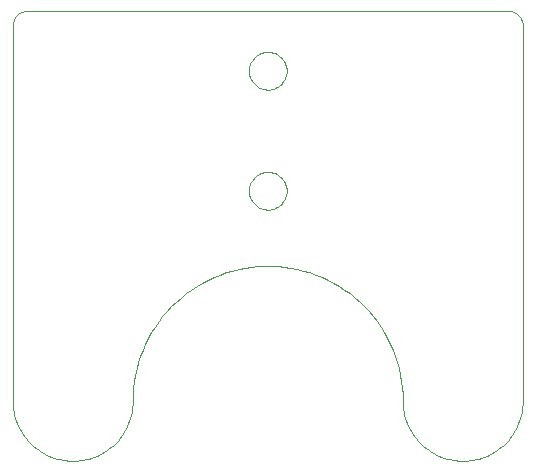
<source format=gbp>
G75*
G70*
%OFA0B0*%
%FSLAX24Y24*%
%IPPOS*%
%LPD*%
%AMOC8*
5,1,8,0,0,1.08239X$1,22.5*
%
%ADD10C,0.0000*%
D10*
X004354Y007453D02*
X004354Y019953D01*
X004356Y019997D01*
X004362Y020040D01*
X004371Y020082D01*
X004384Y020124D01*
X004401Y020164D01*
X004421Y020203D01*
X004444Y020240D01*
X004471Y020274D01*
X004500Y020307D01*
X004533Y020336D01*
X004567Y020363D01*
X004604Y020386D01*
X004643Y020406D01*
X004683Y020423D01*
X004725Y020436D01*
X004767Y020445D01*
X004810Y020451D01*
X004854Y020453D01*
X020854Y020453D01*
X020898Y020451D01*
X020941Y020445D01*
X020983Y020436D01*
X021025Y020423D01*
X021065Y020406D01*
X021104Y020386D01*
X021141Y020363D01*
X021175Y020336D01*
X021208Y020307D01*
X021237Y020274D01*
X021264Y020240D01*
X021287Y020203D01*
X021307Y020164D01*
X021324Y020124D01*
X021337Y020082D01*
X021346Y020040D01*
X021352Y019997D01*
X021354Y019953D01*
X021354Y007453D01*
X021352Y007356D01*
X021345Y007260D01*
X021333Y007164D01*
X021317Y007069D01*
X021296Y006974D01*
X021270Y006881D01*
X021241Y006789D01*
X021206Y006699D01*
X021168Y006610D01*
X021125Y006524D01*
X021078Y006439D01*
X021027Y006357D01*
X020972Y006277D01*
X020913Y006201D01*
X020851Y006127D01*
X020785Y006056D01*
X020716Y005988D01*
X020644Y005924D01*
X020568Y005864D01*
X020490Y005807D01*
X020409Y005754D01*
X020326Y005705D01*
X020240Y005660D01*
X020153Y005619D01*
X020063Y005583D01*
X019972Y005551D01*
X019879Y005523D01*
X019786Y005500D01*
X019691Y005482D01*
X019595Y005468D01*
X019499Y005458D01*
X019402Y005454D01*
X019306Y005454D01*
X019209Y005458D01*
X019113Y005468D01*
X019017Y005482D01*
X018922Y005500D01*
X018829Y005523D01*
X018736Y005551D01*
X018645Y005583D01*
X018555Y005619D01*
X018468Y005660D01*
X018382Y005705D01*
X018299Y005754D01*
X018218Y005807D01*
X018140Y005864D01*
X018064Y005924D01*
X017992Y005988D01*
X017923Y006056D01*
X017857Y006127D01*
X017795Y006201D01*
X017736Y006277D01*
X017681Y006357D01*
X017630Y006439D01*
X017583Y006524D01*
X017540Y006610D01*
X017502Y006699D01*
X017467Y006789D01*
X017438Y006881D01*
X017412Y006974D01*
X017391Y007069D01*
X017375Y007164D01*
X017363Y007260D01*
X017356Y007356D01*
X017354Y007453D01*
X017349Y007670D01*
X017333Y007887D01*
X017307Y008103D01*
X017270Y008318D01*
X017223Y008530D01*
X017166Y008740D01*
X017099Y008947D01*
X017022Y009150D01*
X016935Y009349D01*
X016839Y009544D01*
X016733Y009734D01*
X016618Y009919D01*
X016495Y010098D01*
X016363Y010271D01*
X016222Y010437D01*
X016074Y010596D01*
X015919Y010748D01*
X015756Y010892D01*
X015586Y011029D01*
X015410Y011156D01*
X015228Y011276D01*
X015041Y011386D01*
X014848Y011487D01*
X014651Y011579D01*
X014450Y011661D01*
X014245Y011733D01*
X014036Y011795D01*
X013825Y011847D01*
X013612Y011889D01*
X013396Y011920D01*
X013180Y011941D01*
X012963Y011952D01*
X012745Y011952D01*
X012528Y011941D01*
X012312Y011920D01*
X012096Y011889D01*
X011883Y011847D01*
X011672Y011795D01*
X011463Y011733D01*
X011258Y011661D01*
X011057Y011579D01*
X010860Y011487D01*
X010667Y011386D01*
X010480Y011276D01*
X010298Y011156D01*
X010122Y011029D01*
X009952Y010892D01*
X009789Y010748D01*
X009634Y010596D01*
X009486Y010437D01*
X009345Y010271D01*
X009213Y010098D01*
X009090Y009919D01*
X008975Y009734D01*
X008869Y009544D01*
X008773Y009349D01*
X008686Y009150D01*
X008609Y008947D01*
X008542Y008740D01*
X008485Y008530D01*
X008438Y008318D01*
X008401Y008103D01*
X008375Y007887D01*
X008359Y007670D01*
X008354Y007453D01*
X008352Y007356D01*
X008345Y007260D01*
X008333Y007164D01*
X008317Y007069D01*
X008296Y006974D01*
X008270Y006881D01*
X008241Y006789D01*
X008206Y006699D01*
X008168Y006610D01*
X008125Y006524D01*
X008078Y006439D01*
X008027Y006357D01*
X007972Y006277D01*
X007913Y006201D01*
X007851Y006127D01*
X007785Y006056D01*
X007716Y005988D01*
X007644Y005924D01*
X007568Y005864D01*
X007490Y005807D01*
X007409Y005754D01*
X007326Y005705D01*
X007240Y005660D01*
X007153Y005619D01*
X007063Y005583D01*
X006972Y005551D01*
X006879Y005523D01*
X006786Y005500D01*
X006691Y005482D01*
X006595Y005468D01*
X006499Y005458D01*
X006402Y005454D01*
X006306Y005454D01*
X006209Y005458D01*
X006113Y005468D01*
X006017Y005482D01*
X005922Y005500D01*
X005829Y005523D01*
X005736Y005551D01*
X005645Y005583D01*
X005555Y005619D01*
X005468Y005660D01*
X005382Y005705D01*
X005299Y005754D01*
X005218Y005807D01*
X005140Y005864D01*
X005064Y005924D01*
X004992Y005988D01*
X004923Y006056D01*
X004857Y006127D01*
X004795Y006201D01*
X004736Y006277D01*
X004681Y006357D01*
X004630Y006439D01*
X004583Y006524D01*
X004540Y006610D01*
X004502Y006699D01*
X004467Y006789D01*
X004438Y006881D01*
X004412Y006974D01*
X004391Y007069D01*
X004375Y007164D01*
X004363Y007260D01*
X004356Y007356D01*
X004354Y007453D01*
X012224Y014453D02*
X012226Y014503D01*
X012232Y014553D01*
X012242Y014602D01*
X012256Y014650D01*
X012273Y014697D01*
X012294Y014742D01*
X012319Y014786D01*
X012347Y014827D01*
X012379Y014866D01*
X012413Y014903D01*
X012450Y014937D01*
X012490Y014967D01*
X012532Y014994D01*
X012576Y015018D01*
X012622Y015039D01*
X012669Y015055D01*
X012717Y015068D01*
X012767Y015077D01*
X012816Y015082D01*
X012867Y015083D01*
X012917Y015080D01*
X012966Y015073D01*
X013015Y015062D01*
X013063Y015047D01*
X013109Y015029D01*
X013154Y015007D01*
X013197Y014981D01*
X013238Y014952D01*
X013277Y014920D01*
X013313Y014885D01*
X013345Y014847D01*
X013375Y014807D01*
X013402Y014764D01*
X013425Y014720D01*
X013444Y014674D01*
X013460Y014626D01*
X013472Y014577D01*
X013480Y014528D01*
X013484Y014478D01*
X013484Y014428D01*
X013480Y014378D01*
X013472Y014329D01*
X013460Y014280D01*
X013444Y014232D01*
X013425Y014186D01*
X013402Y014142D01*
X013375Y014099D01*
X013345Y014059D01*
X013313Y014021D01*
X013277Y013986D01*
X013238Y013954D01*
X013197Y013925D01*
X013154Y013899D01*
X013109Y013877D01*
X013063Y013859D01*
X013015Y013844D01*
X012966Y013833D01*
X012917Y013826D01*
X012867Y013823D01*
X012816Y013824D01*
X012767Y013829D01*
X012717Y013838D01*
X012669Y013851D01*
X012622Y013867D01*
X012576Y013888D01*
X012532Y013912D01*
X012490Y013939D01*
X012450Y013969D01*
X012413Y014003D01*
X012379Y014040D01*
X012347Y014079D01*
X012319Y014120D01*
X012294Y014164D01*
X012273Y014209D01*
X012256Y014256D01*
X012242Y014304D01*
X012232Y014353D01*
X012226Y014403D01*
X012224Y014453D01*
X012224Y018453D02*
X012226Y018503D01*
X012232Y018553D01*
X012242Y018602D01*
X012256Y018650D01*
X012273Y018697D01*
X012294Y018742D01*
X012319Y018786D01*
X012347Y018827D01*
X012379Y018866D01*
X012413Y018903D01*
X012450Y018937D01*
X012490Y018967D01*
X012532Y018994D01*
X012576Y019018D01*
X012622Y019039D01*
X012669Y019055D01*
X012717Y019068D01*
X012767Y019077D01*
X012816Y019082D01*
X012867Y019083D01*
X012917Y019080D01*
X012966Y019073D01*
X013015Y019062D01*
X013063Y019047D01*
X013109Y019029D01*
X013154Y019007D01*
X013197Y018981D01*
X013238Y018952D01*
X013277Y018920D01*
X013313Y018885D01*
X013345Y018847D01*
X013375Y018807D01*
X013402Y018764D01*
X013425Y018720D01*
X013444Y018674D01*
X013460Y018626D01*
X013472Y018577D01*
X013480Y018528D01*
X013484Y018478D01*
X013484Y018428D01*
X013480Y018378D01*
X013472Y018329D01*
X013460Y018280D01*
X013444Y018232D01*
X013425Y018186D01*
X013402Y018142D01*
X013375Y018099D01*
X013345Y018059D01*
X013313Y018021D01*
X013277Y017986D01*
X013238Y017954D01*
X013197Y017925D01*
X013154Y017899D01*
X013109Y017877D01*
X013063Y017859D01*
X013015Y017844D01*
X012966Y017833D01*
X012917Y017826D01*
X012867Y017823D01*
X012816Y017824D01*
X012767Y017829D01*
X012717Y017838D01*
X012669Y017851D01*
X012622Y017867D01*
X012576Y017888D01*
X012532Y017912D01*
X012490Y017939D01*
X012450Y017969D01*
X012413Y018003D01*
X012379Y018040D01*
X012347Y018079D01*
X012319Y018120D01*
X012294Y018164D01*
X012273Y018209D01*
X012256Y018256D01*
X012242Y018304D01*
X012232Y018353D01*
X012226Y018403D01*
X012224Y018453D01*
M02*

</source>
